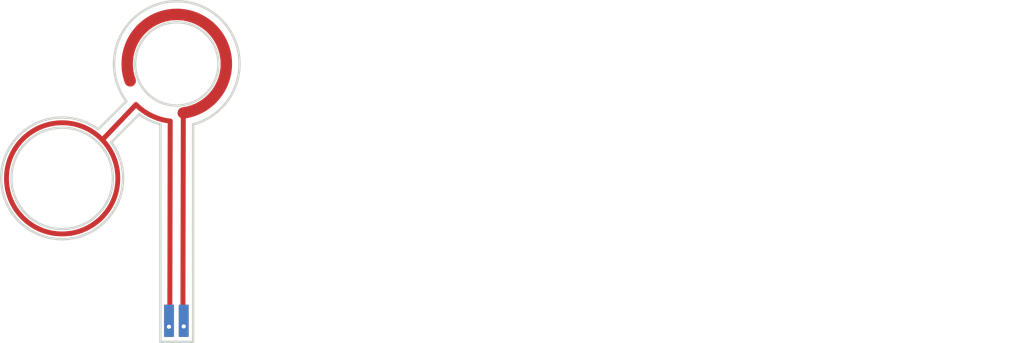
<source format=kicad_pcb>
(kicad_pcb (version 20211014) (generator pcbnew)

  (general
    (thickness 1.6)
  )

  (paper "A4")
  (layers
    (0 "F.Cu" signal)
    (31 "B.Cu" signal)
    (32 "B.Adhes" user "B.Adhesive")
    (33 "F.Adhes" user "F.Adhesive")
    (34 "B.Paste" user)
    (35 "F.Paste" user)
    (36 "B.SilkS" user "B.Silkscreen")
    (37 "F.SilkS" user "F.Silkscreen")
    (38 "B.Mask" user)
    (39 "F.Mask" user)
    (40 "Dwgs.User" user "User.Drawings")
    (41 "Cmts.User" user "User.Comments")
    (42 "Eco1.User" user "User.Eco1")
    (43 "Eco2.User" user "User.Eco2")
    (44 "Edge.Cuts" user)
    (45 "Margin" user)
    (46 "B.CrtYd" user "B.Courtyard")
    (47 "F.CrtYd" user "F.Courtyard")
    (48 "B.Fab" user)
    (49 "F.Fab" user)
  )

  (setup
    (stackup
      (layer "F.SilkS" (type "Top Silk Screen"))
      (layer "F.Paste" (type "Top Solder Paste"))
      (layer "F.Mask" (type "Top Solder Mask") (thickness 0.01))
      (layer "F.Cu" (type "copper") (thickness 0.035))
      (layer "dielectric 1" (type "core") (thickness 1.51) (material "FR4") (epsilon_r 4.5) (loss_tangent 0.02))
      (layer "B.Cu" (type "copper") (thickness 0.035))
      (layer "B.Mask" (type "Bottom Solder Mask") (thickness 0.01))
      (layer "B.Paste" (type "Bottom Solder Paste"))
      (layer "B.SilkS" (type "Bottom Silk Screen"))
      (copper_finish "None")
      (dielectric_constraints no)
    )
    (pad_to_mask_clearance 0)
    (pcbplotparams
      (layerselection 0x00010fc_ffffffff)
      (disableapertmacros false)
      (usegerberextensions false)
      (usegerberattributes false)
      (usegerberadvancedattributes false)
      (creategerberjobfile false)
      (svguseinch false)
      (svgprecision 6)
      (excludeedgelayer true)
      (plotframeref false)
      (viasonmask false)
      (mode 1)
      (useauxorigin false)
      (hpglpennumber 1)
      (hpglpenspeed 20)
      (hpglpendiameter 15.000000)
      (dxfpolygonmode true)
      (dxfimperialunits true)
      (dxfusepcbnewfont true)
      (psnegative false)
      (psa4output false)
      (plotreference true)
      (plotvalue true)
      (plotinvisibletext false)
      (sketchpadsonfab false)
      (subtractmaskfromsilk false)
      (outputformat 1)
      (mirror false)
      (drillshape 0)
      (scaleselection 1)
      (outputdirectory "Output/")
    )
  )

  (net 0 "")

  (gr_arc (start 47.155974 31.03514) (mid 51.567955 27.411272) (end 50.4 33) (layer "F.Cu") (width 0.7) (tstamp 00000000-0000-0000-0000-00005cc2d0ec))
  (gr_circle (center 43 37) (end 46.4 37) (layer "F.Cu") (width 0.3) (fill none) (tstamp 00000000-0000-0000-0000-00005cc2d0f0))
  (gr_line (start 49.575 45.45) (end 49.6 33.5) (layer "F.Cu") (width 0.3048) (tstamp 00000000-0000-0000-0000-00005cc2d0f1))
  (gr_line (start 50.375 45.45) (end 50.4 33) (layer "F.Cu") (width 0.3048) (tstamp 00000000-0000-0000-0000-00005cc2d0f2))
  (gr_line (start 47.509016 32.490984) (end 45.5 34.6) (layer "F.Cu") (width 0.3048) (tstamp 00000000-0000-0000-0000-00005cc2d0fb))
  (gr_arc (start 49.6 33.5) (mid 48.468995 33.1727) (end 47.509016 32.490984) (layer "F.Cu") (width 0.3048) (tstamp 00000000-0000-0000-0000-00005cc2d0fc))
  (gr_poly
    (pts
      (xy 50.175 44.775)
      (xy 50.175 46.55)
      (xy 50.175 46.65)
      (xy 50.675 46.65)
      (xy 50.675 44.775)
    ) (layer "F.Cu") (width 0.1) (fill solid) (tstamp 00000000-0000-0000-0000-00005d3f5822))
  (gr_poly
    (pts
      (xy 49.275 44.775)
      (xy 49.275 46.55)
      (xy 49.275 46.65)
      (xy 49.775 46.65)
      (xy 49.775 44.775)
    ) (layer "F.Cu") (width 0.1) (fill solid) (tstamp 00000000-0000-0000-0000-00005d3f5828))
  (gr_poly
    (pts
      (xy 49.275 44.775)
      (xy 49.275 46.55)
      (xy 49.275 46.65)
      (xy 49.775 46.65)
      (xy 49.775 44.775)
    ) (layer "B.Cu") (width 0.1) (fill solid) (tstamp a26bc030-7d8a-4b19-aa84-9206cc0de2b0))
  (gr_poly
    (pts
      (xy 50.175 44.775)
      (xy 50.175 46.55)
      (xy 50.175 46.65)
      (xy 50.675 46.65)
      (xy 50.675 44.775)
    ) (layer "B.Cu") (width 0.1) (fill solid) (tstamp f8e9fc00-8f60-4688-b1c9-6de1e4c0c204))
  (gr_circle (center 50.425 46.05) (end 50.552 46.05) (layer "B.Mask") (width 0.254) (fill none) (tstamp 00000000-0000-0000-0000-00005d3f582e))
  (gr_circle (center 49.527 46.075) (end 49.654 46.075) (layer "B.Mask") (width 0.254) (fill none) (tstamp 00000000-0000-0000-0000-00005d3f5831))
  (gr_poly
    (pts
      (xy 49.275 44.775)
      (xy 49.275 46.55)
      (xy 49.275 46.65)
      (xy 49.775 46.65)
      (xy 49.775 44.775)
    ) (layer "B.Mask") (width 0.1) (fill solid) (tstamp 6aa0c7aa-154b-4cf1-b26b-41c107eb038a))
  (gr_poly
    (pts
      (xy 50.175 44.775)
      (xy 50.175 46.55)
      (xy 50.175 46.65)
      (xy 50.675 46.65)
      (xy 50.675 44.775)
    ) (layer "B.Mask") (width 0.1) (fill solid) (tstamp e22d95a1-cf42-4652-ae68-374fda22460e))
  (gr_circle (center 50 30) (end 52.925 30) (layer "F.Mask") (width 0.45) (fill none) (tstamp 00000000-0000-0000-0000-00005cc2d0e7))
  (gr_circle (center 43 37) (end 46.5 37) (layer "F.Mask") (width 0.5) (fill none) (tstamp 00000000-0000-0000-0000-00005cc2d0f3))
  (gr_poly
    (pts
      (xy 49.275 44.775)
      (xy 49.275 46.55)
      (xy 49.275 46.65)
      (xy 49.775 46.65)
      (xy 49.775 44.775)
    ) (layer "F.Mask") (width 0.1) (fill solid) (tstamp 00000000-0000-0000-0000-00005d3f5825))
  (gr_poly
    (pts
      (xy 50.175 44.775)
      (xy 50.175 46.55)
      (xy 50.175 46.65)
      (xy 50.675 46.65)
      (xy 50.675 44.775)
    ) (layer "F.Mask") (width 0.1) (fill solid) (tstamp 00000000-0000-0000-0000-00005d3f582b))
  (gr_arc (start 49.000001 33.699999) (mid 48.327412 33.448542) (end 47.713529 33.076043) (layer "Edge.Cuts") (width 0.15) (tstamp 00000000-0000-0000-0000-00005cc2d0e5))
  (gr_arc (start 45.999999 34.800001) (mid 40.369412 39.630588) (end 45.199999 34.000001) (layer "Edge.Cuts") (width 0.15) (tstamp 00000000-0000-0000-0000-00005cc2d0e6))
  (gr_line (start 49 47) (end 51 47) (layer "Edge.Cuts") (width 0.15) (tstamp 00000000-0000-0000-0000-00005cc2d0e8))
  (gr_line (start 46.921924 32.283734) (end 45.2 34) (layer "Edge.Cuts") (width 0.15) (tstamp 00000000-0000-0000-0000-00005cc2d0e9))
  (gr_line (start 49 47) (end 49 33.7) (layer "Edge.Cuts") (width 0.15) (tstamp 00000000-0000-0000-0000-00005cc2d0ea))
  (gr_line (start 47.713529 33.076043) (end 45.999999 34.800001) (layer "Edge.Cuts") (width 0.15) (tstamp 00000000-0000-0000-0000-00005cc2d0eb))
  (gr_line (start 51 47) (end 51 33.7) (layer "Edge.Cuts") (width 0.15) (tstamp 00000000-0000-0000-0000-00005cc2d0ed))
  (gr_circle (center 50 30) (end 52.5476 30) (layer "Edge.Cuts") (width 0.15) (fill none) (tstamp 00000000-0000-0000-0000-00005cc2d0ee))
  (gr_arc (start 46.921924 32.283734) (mid 51.257399 26.379373) (end 50.999999 33.699999) (layer "Edge.Cuts") (width 0.15) (tstamp 00000000-0000-0000-0000-00005cc2d0ef))
  (gr_circle (center 43 37) (end 43.1 40.1) (layer "Edge.Cuts") (width 0.15) (fill none) (tstamp 00000000-0000-0000-0000-00005cc2d0f8))
  (gr_text "FH19C Series\n\nThickness : 0.2 ± 0.03mm Gold plated" (at 56.375 35.1) (layer "Cmts.User") (tstamp e2df0977-0530-4f49-8492-7a92d5ed2e6b)
    (effects (font (size 1.5 1.5) (thickness 0.3)) (justify left))
  )

  (via (at 49.525 46.075) (size 0.508) (drill 0.254) (layers "F.Cu" "B.Cu") (net 0) (tstamp 00000000-0000-0000-0000-00005d3f581c))
  (via (at 50.425317 46.053808) (size 0.508) (drill 0.254) (layers "F.Cu" "B.Cu") (net 0) (tstamp 00000000-0000-0000-0000-00005d3f581f))

)

</source>
